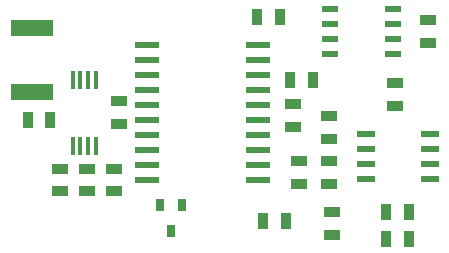
<source format=gbr>
%FSLAX46Y46*%
G04 Gerber Fmt 4.6, Leading zero omitted, Abs format (unit mm)*
G04 Created by KiCad (PCBNEW (2014-10-30 BZR 5240)-product) date jeu. 06 nov. 2014 00:10:11 CET*
%MOMM*%
G01*
G04 APERTURE LIST*
%ADD10C,0.100000*%
%ADD11R,0.889000X1.397000*%
%ADD12R,1.397000X0.889000*%
%ADD13R,2.000000X0.600000*%
%ADD14R,3.560000X1.400000*%
%ADD15R,0.800100X1.000760*%
%ADD16R,0.300000X1.600000*%
%ADD17R,1.550000X0.600000*%
%ADD18R,1.399540X0.599440*%
G04 APERTURE END LIST*
D10*
D11*
X128206500Y-88265000D03*
X130111500Y-88265000D03*
D12*
X135509000Y-92392500D03*
X135509000Y-94297500D03*
X133223000Y-92392500D03*
X133223000Y-94297500D03*
X130937000Y-92392500D03*
X130937000Y-94297500D03*
X135890000Y-86677500D03*
X135890000Y-88582500D03*
X150622000Y-88836500D03*
X150622000Y-86931500D03*
D11*
X152336500Y-84836000D03*
X150431500Y-84836000D03*
D12*
X162052000Y-81724500D03*
X162052000Y-79819500D03*
D13*
X138302000Y-81915000D03*
X138302000Y-93345000D03*
X147702000Y-81915000D03*
X147702000Y-93345000D03*
X147702000Y-88265000D03*
X147702000Y-89535000D03*
X147702000Y-90805000D03*
X147702000Y-92075000D03*
X138302000Y-92075000D03*
X138302000Y-90805000D03*
X138302000Y-89535000D03*
X138302000Y-88265000D03*
X138302000Y-83185000D03*
X138302000Y-84455000D03*
X138302000Y-85725000D03*
X138302000Y-86995000D03*
X147702000Y-86995000D03*
X147702000Y-85725000D03*
X147702000Y-84455000D03*
X147702000Y-83185000D03*
D14*
X128524000Y-85915000D03*
X128524000Y-80455000D03*
D15*
X140335000Y-97619820D03*
X139382500Y-95420180D03*
X141287500Y-95420180D03*
D11*
X149542500Y-79502000D03*
X147637500Y-79502000D03*
D16*
X131994000Y-90430000D03*
X132644000Y-90430000D03*
X133294000Y-90430000D03*
X133944000Y-90430000D03*
X133944000Y-84830000D03*
X133294000Y-84830000D03*
X132644000Y-84830000D03*
X131994000Y-84830000D03*
D12*
X153924000Y-96075500D03*
X153924000Y-97980500D03*
X151130000Y-91757500D03*
X151130000Y-93662500D03*
X153670000Y-89852500D03*
X153670000Y-87947500D03*
D11*
X160464500Y-98298000D03*
X158559500Y-98298000D03*
D12*
X159258000Y-85153500D03*
X159258000Y-87058500D03*
D11*
X150050500Y-96774000D03*
X148145500Y-96774000D03*
D12*
X153670000Y-93662500D03*
X153670000Y-91757500D03*
D11*
X160464500Y-96012000D03*
X158559500Y-96012000D03*
D17*
X156812000Y-89408000D03*
X156812000Y-90678000D03*
X156812000Y-91948000D03*
X156812000Y-93218000D03*
X162212000Y-93218000D03*
X162212000Y-91948000D03*
X162212000Y-90678000D03*
X162212000Y-89408000D03*
D18*
X159131000Y-78867000D03*
X153797000Y-78867000D03*
X159131000Y-80137000D03*
X159131000Y-81407000D03*
X159131000Y-82677000D03*
X153797000Y-80137000D03*
X153797000Y-81407000D03*
X153797000Y-82677000D03*
M02*

</source>
